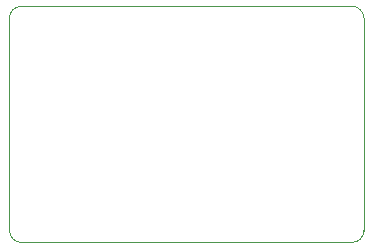
<source format=gbr>
%TF.GenerationSoftware,KiCad,Pcbnew,6.0.11+dfsg-1~bpo11+1*%
%TF.CreationDate,2024-04-13T17:17:30-04:00*%
%TF.ProjectId,Eye Chart,45796520-4368-4617-9274-2e6b69636164,rev?*%
%TF.SameCoordinates,Original*%
%TF.FileFunction,Profile,NP*%
%FSLAX46Y46*%
G04 Gerber Fmt 4.6, Leading zero omitted, Abs format (unit mm)*
G04 Created by KiCad (PCBNEW 6.0.11+dfsg-1~bpo11+1) date 2024-04-13 17:17:30*
%MOMM*%
%LPD*%
G01*
G04 APERTURE LIST*
%TA.AperFunction,Profile*%
%ADD10C,0.100000*%
%TD*%
G04 APERTURE END LIST*
D10*
X115000000Y-109000000D02*
X115000000Y-91000000D01*
X114000000Y-110000000D02*
G75*
G03*
X115000000Y-109000000I0J1000000D01*
G01*
X115000000Y-91000000D02*
G75*
G03*
X114000000Y-90000000I-1000000J0D01*
G01*
X85000000Y-91000000D02*
X85000000Y-109000000D01*
X114000000Y-90000000D02*
X86000000Y-90000000D01*
X85000000Y-109000000D02*
G75*
G03*
X86000000Y-110000000I1000000J0D01*
G01*
X86000000Y-110000000D02*
X114000000Y-110000000D01*
X86000000Y-90000000D02*
G75*
G03*
X85000000Y-91000000I0J-1000000D01*
G01*
M02*

</source>
